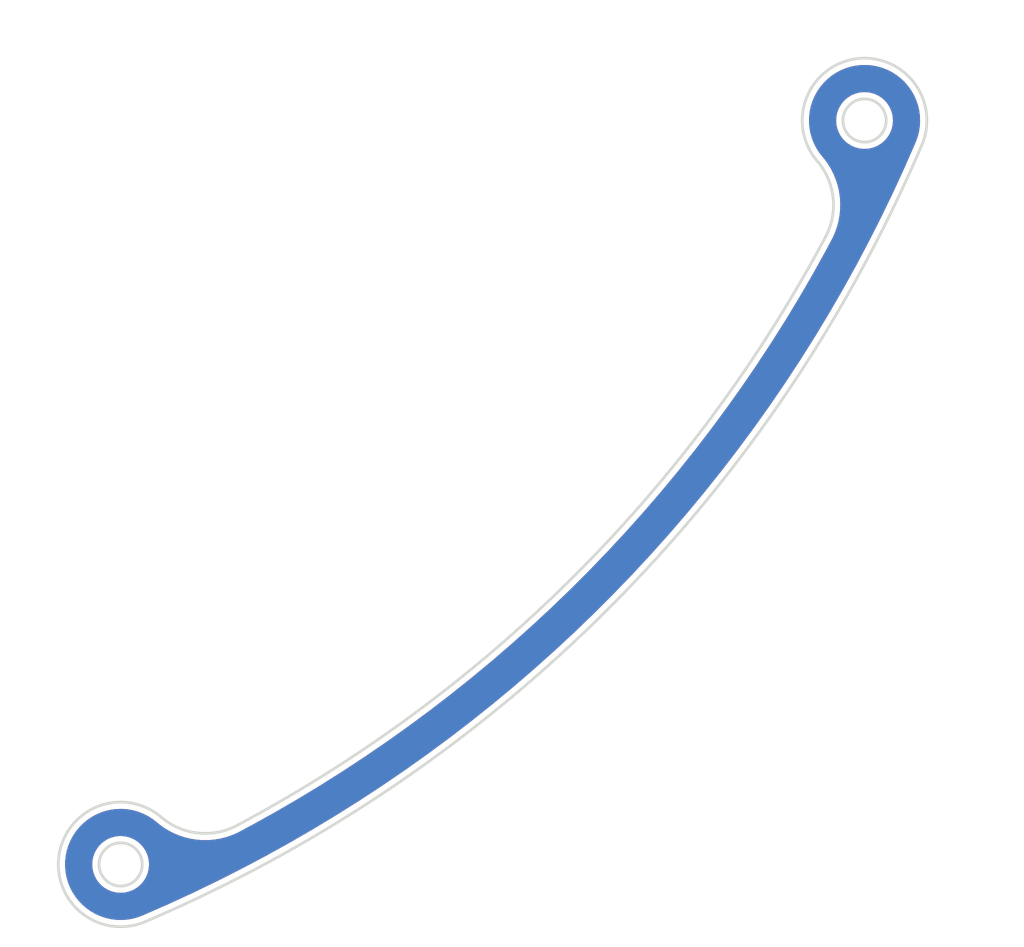
<source format=kicad_pcb>
(kicad_pcb
	(version 20240108)
	(generator "pcbnew")
	(generator_version "8.0")
	(general
		(thickness 1.6)
		(legacy_teardrops no)
	)
	(paper "A4")
	(layers
		(0 "F.Cu" signal)
		(31 "B.Cu" signal)
		(32 "B.Adhes" user "B.Adhesive")
		(33 "F.Adhes" user "F.Adhesive")
		(34 "B.Paste" user)
		(35 "F.Paste" user)
		(36 "B.SilkS" user "B.Silkscreen")
		(37 "F.SilkS" user "F.Silkscreen")
		(38 "B.Mask" user)
		(39 "F.Mask" user)
		(40 "Dwgs.User" user "User.Drawings")
		(41 "Cmts.User" user "User.Comments")
		(42 "Eco1.User" user "User.Eco1")
		(43 "Eco2.User" user "User.Eco2")
		(44 "Edge.Cuts" user)
		(45 "Margin" user)
		(46 "B.CrtYd" user "B.Courtyard")
		(47 "F.CrtYd" user "F.Courtyard")
		(48 "B.Fab" user)
		(49 "F.Fab" user)
		(50 "User.1" user)
		(51 "User.2" user)
		(52 "User.3" user)
		(53 "User.4" user)
		(54 "User.5" user)
		(55 "User.6" user)
		(56 "User.7" user)
		(57 "User.8" user)
		(58 "User.9" user)
	)
	(setup
		(pad_to_mask_clearance 0)
		(allow_soldermask_bridges_in_footprints no)
		(pcbplotparams
			(layerselection 0x00010fc_ffffffff)
			(plot_on_all_layers_selection 0x0000000_00000000)
			(disableapertmacros no)
			(usegerberextensions no)
			(usegerberattributes yes)
			(usegerberadvancedattributes yes)
			(creategerberjobfile yes)
			(dashed_line_dash_ratio 12.000000)
			(dashed_line_gap_ratio 3.000000)
			(svgprecision 4)
			(plotframeref no)
			(viasonmask no)
			(mode 1)
			(useauxorigin no)
			(hpglpennumber 1)
			(hpglpenspeed 20)
			(hpglpendiameter 15.000000)
			(pdf_front_fp_property_popups yes)
			(pdf_back_fp_property_popups yes)
			(dxfpolygonmode yes)
			(dxfimperialunits yes)
			(dxfusepcbnewfont yes)
			(psnegative no)
			(psa4output no)
			(plotreference yes)
			(plotvalue yes)
			(plotfptext yes)
			(plotinvisibletext no)
			(sketchpadsonfab no)
			(subtractmaskfromsilk no)
			(outputformat 1)
			(mirror no)
			(drillshape 1)
			(scaleselection 1)
			(outputdirectory "")
		)
	)
	(net 0 "")
	(gr_arc
		(start 182.29 87.77)
		(mid 185.089868 80.211134)
		(end 190.033131 86.578211)
		(stroke
			(width 0.2)
			(type default)
		)
		(layer "Edge.Cuts")
		(uuid "06cace3f-9583-4930-955d-5805c31e0bbd")
	)
	(gr_arc
		(start 182.29 87.77)
		(mid 183.463541 90.475999)
		(end 182.907633 93.372655)
		(stroke
			(width 0.2)
			(type default)
		)
		(layer "Edge.Cuts")
		(uuid "18aba30d-83a7-4852-af9a-77a590667bee")
	)
	(gr_circle
		(center 185.791374 84.768948)
		(end 187.391374 84.768948)
		(stroke
			(width 0.2)
			(type default)
		)
		(fill none)
		(layer "Edge.Cuts")
		(uuid "3c24b664-b639-4ac5-a9bd-17441c4eed19")
	)
	(gr_circle
		(center 130.728071 139.832251)
		(end 132.328071 139.832251)
		(stroke
			(width 0.2)
			(type default)
		)
		(fill none)
		(layer "Edge.Cuts")
		(uuid "4237abea-e5fe-4c3e-8f07-37528e62f885")
	)
	(gr_arc
		(start 132.537334 144.074008)
		(mid 126.170271 139.130748)
		(end 133.729123 136.330877)
		(stroke
			(width 0.2)
			(type default)
		)
		(layer "Edge.Cuts")
		(uuid "5bf9d883-cdc7-4070-92f3-ef042cd1a768")
	)
	(gr_arc
		(start 139.331778 136.94851)
		(mid 136.43512 137.504432)
		(end 133.729123 136.330877)
		(stroke
			(width 0.2)
			(type default)
		)
		(layer "Edge.Cuts")
		(uuid "bd575cdb-f111-48ed-a936-0b287dbde161")
	)
	(gr_arc
		(start 190.033131 86.578211)
		(mid 166.847227 120.888104)
		(end 132.537334 144.074008)
		(stroke
			(width 0.2)
			(type default)
		)
		(layer "Edge.Cuts")
		(uuid "c0655a9a-7b6a-441e-81ab-83f7692849f6")
	)
	(gr_arc
		(start 182.907633 93.372655)
		(mid 164.372353 118.41323)
		(end 139.331778 136.94851)
		(stroke
			(width 0.2)
			(type default)
		)
		(layer "Edge.Cuts")
		(uuid "f163e4e1-8f3d-4705-88bf-ec864fa887a8")
	)
	(zone
		(net 0)
		(net_name "")
		(layers "F&B.Cu")
		(uuid "ea249044-b738-472f-8ee2-088407de19e4")
		(hatch edge 0.5)
		(connect_pads
			(clearance 0.5)
		)
		(min_thickness 0.25)
		(filled_areas_thickness no)
		(fill yes
			(thermal_gap 0.5)
			(thermal_bridge_width 0.5)
			(island_removal_mode 1)
			(island_area_min 10)
		)
		(polygon
			(pts
				(xy 197.6 75.85) (xy 197.6 145.94) (xy 121.8 145.94) (xy 121.8 75.85)
			)
		)
		(filled_polygon
			(layer "F.Cu")
			(island)
			(pts
				(xy 185.964276 80.661886) (xy 186.34802 80.696111) (xy 186.359881 80.69775) (xy 186.738519 80.768851)
				(xy 186.750167 80.771627) (xy 187.09879 80.872739) (xy 187.120173 80.878941) (xy 187.131506 80.882831)
				(xy 187.489419 81.025352) (xy 187.500323 81.030317) (xy 187.842825 81.206724) (xy 187.853178 81.212706)
				(xy 188.11434 81.380948) (xy 188.17705 81.421346) (xy 188.186798 81.428314) (xy 188.489016 81.667235)
				(xy 188.498045 81.675111) (xy 188.775785 81.942077) (xy 188.784012 81.950788) (xy 189.0347 82.243328)
				(xy 189.042044 82.252786) (xy 189.07745 82.303247) (xy 189.263322 82.568152) (xy 189.269722 82.578281)
				(xy 189.459527 82.913526) (xy 189.46492 82.924226) (xy 189.621488 83.276238) (xy 189.625822 83.287409)
				(xy 189.747674 83.65286) (xy 189.750911 83.664397) (xy 189.836927 84.039928) (xy 189.839035 84.051722)
				(xy 189.888405 84.433799) (xy 189.889364 84.445744) (xy 189.901625 84.830796) (xy 189.901427 84.842776)
				(xy 189.876468 85.22721) (xy 189.875115 85.239115) (xy 189.813168 85.619344) (xy 189.810673 85.631063)
				(xy 189.712313 86.003554) (xy 189.708697 86.014979) (xy 189.574033 86.378422) (xy 189.571357 86.38505)
				(xy 188.762233 88.234058) (xy 188.761287 88.236167) (xy 187.916836 90.07193) (xy 187.91585 90.074022)
				(xy 187.037332 91.893696) (xy 187.036308 91.895768) (xy 186.124003 93.69877) (xy 186.12294 93.700823)
				(xy 185.17717 95.486522) (xy 185.176068 95.488555) (xy 184.197223 97.25621) (xy 184.196085 97.258222)
				(xy 183.184386 99.007441) (xy 183.183209 99.009432) (xy 182.139116 100.739411) (xy 182.137903 100.741379)
				(xy 181.061736 102.451594) (xy 181.060487 102.453539) (xy 179.952598 104.14343) (xy 179.951312 104.145352)
				(xy 178.812125 105.814268) (xy 178.810804 105.816165) (xy 177.6407 107.463554) (xy 177.639344 107.465426)
				(xy 176.438729 109.090711) (xy 176.437338 109.092558) (xy 175.206636 110.695168) (xy 175.205211 110.696989)
				(xy 173.944802 112.276427) (xy 173.943343 112.27822) (xy 172.653754 113.833826) (xy 172.652262 113.835592)
				(xy 171.333873 115.36691) (xy 171.332348 115.368648) (xy 169.98564 116.875117) (xy 169.984083 116.876826)
				(xy 168.60955 118.357895) (xy 168.607962 118.359575) (xy 167.206001 119.814814) (xy 167.204381 119.816464)
				(xy 165.775588 121.245258) (xy 165.773938 121.246878) (xy 164.318698 122.648838) (xy 164.317018 122.650426)
				(xy 162.835949 124.024959) (xy 162.83424 124.026516) (xy 161.327771 125.373224) (xy 161.326033 125.374749)
				(xy 159.794715 126.693138) (xy 159.792949 126.69463) (xy 158.237343 127.984219) (xy 158.23555 127.985678)
				(xy 156.656112 129.246086) (xy 156.654291 129.247511) (xy 155.051681 130.478212) (xy 155.049834 130.479603)
				(xy 153.424548 131.680219) (xy 153.422676 131.681575) (xy 151.775287 132.851679) (xy 151.77339 132.853)
				(xy 150.104475 133.992187) (xy 150.102553 133.993473) (xy 148.412662 135.101362) (xy 148.410717 135.102611)
				(xy 146.700502 136.178778) (xy 146.698534 136.179991) (xy 144.968554 137.224084) (xy 144.966563 137.225261)
				(xy 143.217344 138.23696) (xy 143.215332 138.238098) (xy 141.447676 139.216942) (xy 141.445643 139.218044)
				(xy 139.659945 140.163814) (xy 139.657892 140.164877) (xy 137.854889 141.077182) (xy 137.852817 141.078206)
				(xy 136.033144 141.956724) (xy 136.031052 141.95771) (xy 134.195289 142.802161) (xy 134.19318 142.803107)
				(xy 132.344209 143.612215) (xy 132.33758 143.614891) (xy 131.974103 143.749565) (xy 131.962679 143.753181)
				(xy 131.590185 143.851542) (xy 131.578466 143.854037) (xy 131.198238 143.915983) (xy 131.186333 143.917336)
				(xy 130.801899 143.942295) (xy 130.789918 143.942493) (xy 130.404868 143.93023) (xy 130.392924 143.929271)
				(xy 130.010844 143.8799) (xy 129.999049 143.877792) (xy 129.623524 143.791777) (xy 129.611987 143.78854)
				(xy 129.246521 143.666682) (xy 129.235351 143.662347) (xy 129.122639 143.612215) (xy 128.88336 143.505788)
				(xy 128.87266 143.500396) (xy 128.5374 143.310582) (xy 128.527271 143.304181) (xy 128.211921 143.082912)
				(xy 128.202456 143.075564) (xy 127.909922 142.824881) (xy 127.901211 142.816654) (xy 127.63424 142.538909)
				(xy 127.626364 142.52988) (xy 127.387443 142.227662) (xy 127.380475 142.217914) (xy 127.171836 141.894042)
				(xy 127.165854 141.883689) (xy 126.989446 141.541186) (xy 126.984483 141.530287) (xy 126.981442 141.522651)
				(xy 126.841955 141.172355) (xy 126.838069 141.161029) (xy 126.730756 140.791023) (xy 126.727985 140.779398)
				(xy 126.656882 140.400746) (xy 126.655243 140.38888) (xy 126.641023 140.229436) (xy 126.621019 140.005142)
				(xy 126.620534 139.993176) (xy 126.621776 139.832251) (xy 128.622663 139.832251) (xy 128.642272 140.118931)
				(xy 128.642272 140.118935) (xy 128.642273 140.118937) (xy 128.664055 140.22376) (xy 128.700737 140.400285)
				(xy 128.700738 140.400288) (xy 128.796965 140.671044) (xy 128.796964 140.671044) (xy 128.929169 140.926186)
				(xy 129.094883 141.160951) (xy 129.179994 141.252082) (xy 129.291018 141.370959) (xy 129.513924 141.552306)
				(xy 129.713267 141.67353) (xy 129.759453 141.701616) (xy 129.946308 141.782777) (xy 130.023013 141.816095)
				(xy 130.299713 141.893622) (xy 130.549991 141.928022) (xy 130.584392 141.932751) (xy 130.584393 141.932751)
				(xy 130.87175 141.932751) (xy 130.902441 141.928532) (xy 131.156429 141.893622) (xy 131.433129 141.816095)
				(xy 131.546086 141.76703) (xy 131.696688 141.701616) (xy 131.696691 141.701614) (xy 131.696696 141.701612)
				(xy 131.942218 141.552306) (xy 132.165124 141.370959) (xy 132.36126 141.160949) (xy 132.526972 140.926187)
				(xy 132.659175 140.671048) (xy 132.755405 140.400283) (xy 132.813869 140.118937) (xy 132.833479 139.832251)
				(xy 132.813869 139.545565) (xy 132.755405 139.264219) (xy 132.659176 138.993457) (xy 132.659177 138.993457)
				(xy 132.526972 138.738315) (xy 132.361258 138.50355) (xy 132.282625 138.419356) (xy 132.165124 138.293543)
				(xy 131.942218 138.112196) (xy 131.942217 138.112195) (xy 131.696688 137.962885) (xy 131.433134 137.848409)
				(xy 131.433132 137.848408) (xy 131.433129 137.848407) (xy 131.29764 137.810445) (xy 131.156435 137.770881)
				(xy 131.15643 137.77088) (xy 131.156429 137.77088) (xy 131.014089 137.751315) (xy 130.87175 137.731751)
				(xy 130.871749 137.731751) (xy 130.584393 137.731751) (xy 130.584392 137.731751) (xy 130.299713 137.77088)
				(xy 130.299706 137.770881) (xy 130.091932 137.829096) (xy 130.023013 137.848407) (xy 130.02301 137.848407)
				(xy 130.023007 137.848409) (xy 130.023006 137.848409) (xy 129.759453 137.962885) (xy 129.513924 138.112195)
				(xy 129.291021 138.29354) (xy 129.094883 138.50355) (xy 128.929169 138.738315) (xy 128.796965 138.993457)
				(xy 128.700738 139.264213) (xy 128.700737 139.264216) (xy 128.642272 139.54557) (xy 128.622663 139.832251)
				(xy 126.621776 139.832251) (xy 126.623506 139.607933) (xy 126.624176 139.595999) (xy 126.664319 139.212823)
				(xy 126.666142 139.200987) (xy 126.696129 139.053849) (xy 126.743078 138.823486) (xy 126.746025 138.811912)
				(xy 126.859046 138.443572) (xy 126.863097 138.432337) (xy 127.011141 138.076625) (xy 127.016255 138.065838)
				(xy 127.197942 137.726073) (xy 127.204073 137.71583) (xy 127.417704 137.395187) (xy 127.424801 137.385577)
				(xy 127.668366 137.08707) (xy 127.67638 137.078166) (xy 127.947603 136.804576) (xy 127.95643 136.796491)
				(xy 128.252823 136.550332) (xy 128.262371 136.543153) (xy 128.581131 136.326755) (xy 128.591342 136.320522)
				(xy 128.929492 136.135905) (xy 128.940258 136.130685) (xy 129.294648 135.979567) (xy 129.30586 135.975414)
				(xy 129.6732 135.859198) (xy 129.68475 135.85615) (xy 130.061593 135.775933) (xy 130.073387 135.774013)
				(xy 130.4562 135.730543) (xy 130.468131 135.729769) (xy 130.853343 135.723451) (xy 130.8653 135.723832)
				(xy 131.249335 135.754723) (xy 131.261202 135.756258) (xy 131.640439 135.824066) (xy 131.652108 135.826739)
				(xy 132.023044 135.930838) (xy 132.034399 135.934625) (xy 132.15019 135.979572) (xy 132.393546 136.074036)
				(xy 132.404494 136.078907) (xy 132.748498 136.252324) (xy 132.758924 136.258228) (xy 133.084588 136.464041)
				(xy 133.094397 136.470924) (xy 133.400968 136.708989) (xy 133.405581 136.712753) (xy 133.453441 136.753774)
				(xy 133.453443 136.753775) (xy 133.45969 136.759129) (xy 133.459921 136.759302) (xy 133.57024 136.85383)
				(xy 133.925605 137.112265) (xy 133.92562 137.112275) (xy 134.300449 137.341532) (xy 134.692379 137.540171)
				(xy 135.098904 137.706917) (xy 135.098909 137.706918) (xy 135.098915 137.706921) (xy 135.517449 137.840714)
				(xy 135.51745 137.840714) (xy 135.517451 137.840715) (xy 135.702184 137.883883) (xy 135.945321 137.940699)
				(xy 136.379804 138.006239) (xy 136.379815 138.006239) (xy 136.379817 138.00624) (xy 136.43318 138.009974)
				(xy 136.81813 138.036918) (xy 136.818137 138.036917) (xy 136.818139 138.036918) (xy 136.851845 138.036581)
				(xy 137.257507 138.032538) (xy 137.695135 137.993129) (xy 138.128225 137.918942) (xy 138.554019 137.810449)
				(xy 138.969803 137.668341) (xy 139.372928 137.493524) (xy 139.501172 137.425305) (xy 139.501333 137.425234)
				(xy 139.504933 137.423318) (xy 139.504947 137.423315) (xy 139.504946 137.423313) (xy 139.566891 137.390351)
				(xy 140.433629 136.929146) (xy 142.149717 135.974778) (xy 143.847832 134.988786) (xy 145.527393 133.971509)
				(xy 147.187822 132.923296) (xy 148.828551 131.844507) (xy 150.449015 130.735512) (xy 152.04866 129.596691)
				(xy 153.626936 128.428436) (xy 155.183302 127.231147) (xy 156.717223 126.005234) (xy 158.228174 124.751119)
				(xy 159.715635 123.469232) (xy 161.179097 122.160012) (xy 162.618057 120.82391) (xy 164.032022 119.461383)
				(xy 165.420506 118.072899) (xy 166.783033 116.658934) (xy 168.119135 115.219974) (xy 169.428355 113.756512)
				(xy 170.710242 112.269051) (xy 171.964357 110.7581) (xy 173.190269 109.224179) (xy 174.387558 107.667813)
				(xy 175.555814 106.089537) (xy 176.694634 104.489892) (xy 177.80363 102.869427) (xy 178.882419 101.228699)
				(xy 179.930631 99.568269) (xy 180.947908 97.888709) (xy 181.9339 96.190593) (xy 182.888268 94.474505)
				(xy 183.325326 93.653146) (xy 183.325388 93.653082) (xy 183.349489 93.607771) (xy 183.34949 93.607772)
				(xy 183.410491 93.493089) (xy 183.452655 93.413822) (xy 183.452657 93.413816) (xy 183.452663 93.413806)
				(xy 183.627474 93.010679) (xy 183.769577 92.594894) (xy 183.878066 92.169101) (xy 183.95225 91.736011)
				(xy 183.991656 91.298384) (xy 183.996033 90.859008) (xy 183.973064 90.530847) (xy 183.965355 90.4207)
				(xy 183.965354 90.420692) (xy 183.899814 89.986207) (xy 183.799831 89.558338) (xy 183.799826 89.55832)
				(xy 183.752983 89.411785) (xy 183.666038 89.139797) (xy 183.666035 89.139791) (xy 183.666033 89.139783)
				(xy 183.499294 88.73327) (xy 183.499293 88.733267) (xy 183.300656 88.341332) (xy 183.071392 87.966487)
				(xy 182.812963 87.611122) (xy 182.812959 87.611117) (xy 182.718485 87.500857) (xy 182.718379 87.500715)
				(xy 182.712897 87.494319) (xy 182.712897 87.494318) (xy 182.671973 87.446571) (xy 182.668186 87.441929)
				(xy 182.430056 87.135275) (xy 182.423172 87.125467) (xy 182.217356 86.799796) (xy 182.211452 86.78937)
				(xy 182.038034 86.445365) (xy 182.033163 86.434417) (xy 182.014 86.38505) (xy 181.893752 86.07527)
				(xy 181.889963 86.063909) (xy 181.876231 86.014979) (xy 181.785866 85.692979) (xy 181.783192 85.681305)
				(xy 181.715385 85.302072) (xy 181.713849 85.290197) (xy 181.682959 84.906169) (xy 181.682578 84.894203)
				(xy 181.683579 84.833196) (xy 181.684633 84.768948) (xy 183.685966 84.768948) (xy 183.705575 85.055628)
				(xy 183.76404 85.336982) (xy 183.764041 85.336985) (xy 183.860268 85.607741) (xy 183.860267 85.607741)
				(xy 183.992472 85.862883) (xy 184.158186 86.097648) (xy 184.205587 86.148401) (xy 184.354321 86.307656)
				(xy 184.510132 86.434417) (xy 184.577227 86.489003) (xy 184.822756 86.638313) (xy 185.009611 86.719474)
				(xy 185.086316 86.752792) (xy 185.363016 86.830319) (xy 185.613294 86.864719) (xy 185.647695 86.869448)
				(xy 185.647696 86.869448) (xy 185.935053 86.869448) (xy 185.965744 86.865229) (xy 186.219732 86.830319)
				(xy 186.496432 86.752792) (xy 186.609389 86.703727) (xy 186.759991 86.638313) (xy 186.759994 86.638311)
				(xy 186.759999 86.638309) (xy 187.005521 86.489003) (xy 187.228427 86.307656) (xy 187.424563 86.097646)
				(xy 187.590275 85.862884) (xy 187.722478 85.607745) (xy 187.818708 85.33698) (xy 187.877172 85.055634)
				(xy 187.896782 84.768948) (xy 187.877172 84.482262) (xy 187.818708 84.200916) (xy 187.722479 83.930154)
				(xy 187.72248 83.930154) (xy 187.590275 83.675012) (xy 187.424561 83.440247) (xy 187.331894 83.341026)
				(xy 187.228427 83.23024) (xy 187.005521 83.048893) (xy 187.00552 83.048892) (xy 186.759991 82.899582)
				(xy 186.496437 82.785106) (xy 186.496435 82.785105) (xy 186.496432 82.785104) (xy 186.366952 82.748825)
				(xy 186.219738 82.707578) (xy 186.219733 82.707577) (xy 186.219732 82.707577) (xy 186.077392 82.688012)
				(xy 185.935053 82.668448) (xy 185.935052 82.668448) (xy 185.647696 82.668448) (xy 185.647695 82.668448)
				(xy 185.363016 82.707577) (xy 185.363009 82.707578) (xy 185.155235 82.765793) (xy 185.086316 82.785104)
				(xy 185.086313 82.785104) (xy 185.08631 82.785106) (xy 185.086309 82.785106) (xy 184.822756 82.899582)
				(xy 184.577227 83.048892) (xy 184.354324 83.230237) (xy 184.158186 83.440247) (xy 183.992472 83.675012)
				(xy 183.860268 83.930154) (xy 183.764041 84.20091) (xy 183.76404 84.200913) (xy 183.705575 84.482267)
				(xy 183.685966 84.768948) (xy 181.684633 84.768948) (xy 181.688896 84.509) (xy 181.68967 84.497069)
				(xy 181.73314 84.114255) (xy 181.73506 84.102461) (xy 181.815277 83.725618) (xy 181.818325 83.714068)
				(xy 181.934538 83.346737) (xy 181.938698 83.335507) (xy 181.959208 83.287409) (xy 182.089816 82.981118)
				(xy 182.095033 82.970358) (xy 182.279652 82.632205) (xy 182.285885 82.621996) (xy 182.50228 82.30324)
				(xy 182.509477 82.293671) (xy 182.543427 82.252793) (xy 182.755615 81.997304) (xy 182.763691 81.988483)
				(xy 183.037311 81.717229) (xy 183.046194 81.709237) (xy 183.344695 81.465678) (xy 183.354328 81.458565)
				(xy 183.674942 81.244952) (xy 183.685204 81.238808) (xy 184.024969 81.057121) (xy 184.035756 81.052007)
				(xy 184.39147 80.903963) (xy 184.402705 80.899912) (xy 184.771045 80.786891) (xy 184.782619 80.783944)
				(xy 185.160124 80.707007) (xy 185.171956 80.705185) (xy 185.555134 80.665043) (xy 185.567066 80.664373)
				(xy 185.952317 80.661401)
			)
		)
		(filled_polygon
			(layer "B.Cu")
			(island)
			(pts
				(xy 185.964276 80.661886) (xy 186.34802 80.696111) (xy 186.359881 80.69775) (xy 186.738519 80.768851)
				(xy 186.750167 80.771627) (xy 187.09879 80.872739) (xy 187.120173 80.878941) (xy 187.131506 80.882831)
				(xy 187.489419 81.025352) (xy 187.500323 81.030317) (xy 187.842825 81.206724) (xy 187.853178 81.212706)
				(xy 188.11434 81.380948) (xy 188.17705 81.421346) (xy 188.186798 81.428314) (xy 188.489016 81.667235)
				(xy 188.498045 81.675111) (xy 188.775785 81.942077) (xy 188.784012 81.950788) (xy 189.0347 82.243328)
				(xy 189.042044 82.252786) (xy 189.07745 82.303247) (xy 189.263322 82.568152) (xy 189.269722 82.578281)
				(xy 189.459527 82.913526) (xy 189.46492 82.924226) (xy 189.621488 83.276238) (xy 189.625822 83.287409)
				(xy 189.747674 83.65286) (xy 189.750911 83.664397) (xy 189.836927 84.039928) (xy 189.839035 84.051722)
				(xy 189.888405 84.433799) (xy 189.889364 84.445744) (xy 189.901625 84.830796) (xy 189.901427 84.842776)
				(xy 189.876468 85.22721) (xy 189.875115 85.239115) (xy 189.813168 85.619344) (xy 189.810673 85.631063)
				(xy 189.712313 86.003554) (xy 189.708697 86.014979) (xy 189.574033 86.378422) (xy 189.571357 86.38505)
				(xy 188.762233 88.234058) (xy 188.761287 88.236167) (xy 187.916836 90.07193) (xy 187.91585 90.074022)
				(xy 187.037332 91.893696) (xy 187.036308 91.895768) (xy 186.124003 93.69877) (xy 186.12294 93.700823)
				(xy 185.17717 95.486522) (xy 185.176068 95.488555) (xy 184.197223 97.25621) (xy 184.196085 97.258222)
				(xy 183.184386 99.007441) (xy 183.183209 99.009432) (xy 182.139116 100.739411) (xy 182.137903 100.741379)
				(xy 181.061736 102.451594) (xy 181.060487 102.453539) (xy 179.952598 104.14343) (xy 179.951312 104.145352)
				(xy 178.812125 105.814268) (xy 178.810804 105.816165) (xy 177.6407 107.463554) (xy 177.639344 107.465426)
				(xy 176.438729 109.090711) (xy 176.437338 109.092558) (xy 175.206636 110.695168) (xy 175.205211 110.696989)
				(xy 173.944802 112.276427) (xy 173.943343 112.27822) (xy 172.653754 113.833826) (xy 172.652262 113.835592)
				(xy 171.333873 115.36691) (xy 171.332348 115.368648) (xy 169.98564 116.875117) (xy 169.984083 116.876826)
				(xy 168.60955 118.357895) (xy 168.607962 118.359575) (xy 167.206001 119.814814) (xy 167.204381 119.816464)
				(xy 165.775588 121.245258) (xy 165.773938 121.246878) (xy 164.318698 122.648838) (xy 164.317018 122.650426)
				(xy 162.835949 124.024959) (xy 162.83424 124.026516) (xy 161.327771 125.373224) (xy 161.326033 125.374749)
				(xy 159.794715 126.693138) (xy 159.792949 126.69463) (xy 158.237343 127.984219) (xy 158.23555 127.985678)
				(xy 156.656112 129.246086) (xy 156.654291 129.247511) (xy 155.051681 130.478212) (xy 155.049834 130.479603)
				(xy 153.424548 131.680219) (xy 153.422676 131.681575) (xy 151.775287 132.851679) (xy 151.77339 132.853)
				(xy 150.104475 133.992187) (xy 150.102553 133.993473) (xy 148.412662 135.101362) (xy 148.410717 135.102611)
				(xy 146.700502 136.178778) (xy 146.698534 136.179991) (xy 144.968554 137.224084) (xy 144.966563 137.225261)
				(xy 143.217344 138.23696) (xy 143.215332 138.238098) (xy 141.447676 139.216942) (xy 141.445643 139.218044)
				(xy 139.659945 140.163814) (xy 139.657892 140.164877) (xy 137.854889 141.077182) (xy 137.852817 141.078206)
				(xy 136.033144 141.956724) (xy 136.031052 141.95771) (xy 134.195289 142.802161) (xy 134.19318 142.803107)
				(xy 132.344209 143.612215) (xy 132.33758 143.614891) (xy 131.974103 143.749565) (xy 131.962679 143.753181)
				(xy 131.590185 143.851542) (xy 131.578466 143.854037) (xy 131.198238 143.915983) (xy 131.186333 143.917336)
				(xy 130.801899 143.942295) (xy 130.789918 143.942493) (xy 130.404868 143.93023) (xy 130.392924 143.929271)
				(xy 130.010844 143.8799) (xy 129.999049 143.877792) (xy 129.623524 143.791777) (xy 129.611987 143.78854)
				(xy 129.246521 143.666682) (xy 129.235351 143.662347) (xy 129.122639 143.612215) (xy 128.88336 143.505788)
				(xy 128.87266 143.500396) (xy 128.5374 143.310582) (xy 128.527271 143.304181) (xy 128.211921 143.082912)
				(xy 128.202456 143.075564) (xy 127.909922 142.824881) (xy 127.901211 142.816654) (xy 127.63424 142.538909)
				(xy 127.626364 142.52988) (xy 127.387443 142.227662) (xy 127.380475 142.217914) (xy 127.171836 141.894042)
				(xy 127.165854 141.883689) (xy 126.989446 141.541186) (xy 126.984483 141.530287) (xy 126.981442 141.522651)
				(xy 126.841955 141.172355) (xy 126.838069 141.161029) (xy 126.730756 140.791023) (xy 126.727985 140.779398)
				(xy 126.656882 140.400746) (xy 126.655243 140.38888) (xy 126.641023 140.229436) (xy 126.621019 140.005142)
				(xy 126.620534 139.993176) (xy 126.621776 139.832251) (xy 128.622663 139.832251) (xy 128.642272 140.118931)
				(xy 128.642272 140.118935) (xy 128.642273 140.118937) (xy 128.664055 140.22376) (xy 128.700737 140.400285)
				(xy 128.700738 140.400288) (xy 128.796965 140.671044) (xy 128.796964 140.671044) (xy 128.929169 140.926186)
				(xy 129.094883 141.160951) (xy 129.179994 141.252082) (xy 129.291018 141.370959) (xy 129.513924 141.552306)
				(xy 129.713267 141.67353) (xy 129.759453 141.701616) (xy 129.946308 141.782777) (xy 130.023013 141.816095)
				(xy 130.299713 141.893622) (xy 130.549991 141.928022) (xy 130.584392 141.932751) (xy 130.584393 141.932751)
				(xy 130.87175 141.932751) (xy 130.902441 141.928532) (xy 131.156429 141.893622) (xy 131.433129 141.816095)
				(xy 131.546086 141.76703) (xy 131.696688 141.701616) (xy 131.696691 141.701614) (xy 131.696696 141.701612)
				(xy 131.942218 141.552306) (xy 132.165124 141.370959) (xy 132.36126 141.160949) (xy 132.526972 140.926187)
				(xy 132.659175 140.671048) (xy 132.755405 140.400283) (xy 132.813869 140.118937) (xy 132.833479 139.832251)
				(xy 132.813869 139.545565) (xy 132.755405 139.264219) (xy 132.659176 138.993457) (xy 132.659177 138.993457)
				(xy 132.526972 138.738315) (xy 132.361258 138.50355) (xy 132.282625 138.419356) (xy 132.165124 138.293543)
				(xy 131.942218 138.112196) (xy 131.942217 138.112195) (xy 131.696688 137.962885) (xy 131.433134 137.848409)
				(xy 131.433132 137.848408) (xy 131.433129 137.848407) (xy 131.29764 137.810445) (xy 131.156435 137.770881)
				(xy 131.15643 137.77088) (xy 131.156429 137.77088) (xy 131.014089 137.751315) (xy 130.87175 137.731751)
				(xy 130.871749 137.731751) (xy 130.584393 137.731751) (xy 130.584392 137.731751) (xy 130.299713 137.77088)
				(xy 130.299706 137.770881) (xy 130.091932 137.829096) (xy 130.023013 137.848407) (xy 130.02301 137.848407)
				(xy 130.023007 137.848409) (xy 130.023006 137.848409) (xy 129.759453 137.962885) (xy 129.513924 138.112195)
				(xy 129.291021 138.29354) (xy 129.094883 138.50355) (xy 128.929169 138.738315) (xy 128.796965 138.993457)
				(xy 128.700738 139.264213) (xy 128.700737 139.264216) (xy 128.642272 139.54557) (xy 128.622663 139.832251)
				(xy 126.621776 139.832251) (xy 126.623506 139.607933) (xy 126.624176 139.595999) (xy 126.664319 139.212823)
				(xy 126.666142 139.200987) (xy 126.696129 139.053849) (xy 126.743078 138.823486) (xy 126.746025 138.811912)
				(xy 126.859046 138.443572) (xy 126.863097 138.432337) (xy 127.011141 138.076625) (xy 127.016255 138.065838)
				(xy 127.197942 137.726073) (xy 127.204073 137.71583) (xy 127.417704 137.395187) (xy 127.424801 137.385577)
				(xy 127.668366 137.08707) (xy 127.67638 137.078166) (xy 127.947603 136.804576) (xy 127.95643 136.796491)
				(xy 128.252823 136.550332) (xy 128.262371 136.543153) (xy 128.581131 136.326755) (xy 128.591342 136.320522)
				(xy 128.929492 136.135905) (xy 128.940258 136.130685) (xy 129.294648 135.979567) (xy 129.30586 135.975414)
				(xy 129.6732 135.859198) (xy 129.68475 135.85615) (xy 130.061593 135.775933) (xy 130.073387 135.774013)
				(xy 130.4562 135.730543) (xy 130.468131 135.729769) (xy 130.853343 135.723451) (xy 130.8653 135.723832)
				(xy 131.249335 135.754723) (xy 131.261202 135.756258) (xy 131.640439 135.824066) (xy 131.652108 135.826739)
				(xy 132.023044 135.930838) (xy 132.034399 135.934625) (xy 132.15019 135.979572) (xy 132.393546 136.074036)
				(xy 132.404494 136.078907) (xy 132.748498 136.252324) (xy 132.758924 136.258228) (xy 133.084588 136.464041)
				(xy 133.094397 136.470924) (xy 133.400968 136.708989) (xy 133.405581 136.712753) (xy 133.453441 136.753774)
				(xy 133.453443 136.753775) (xy 133.45969 136.759129) (xy 133.459921 136.759302) (xy 133.57024 136.85383)
				(xy 133.925605 137.112265) (xy 133.92562 137.112275) (xy 134.300449 137.341532) (xy 134.692379 137.540171)
				(xy 135.098904 137.706917) (xy 135.098909 137.706918) (xy 135.098915 137.706921) (xy 135.517449 137.840714)
				(xy 135.51745 137.840714) (xy 135.517451 137.840715) (xy 135.702184 137.883883) (xy 135.945321 137.940699)
				(xy 136.379804 138.006239) (xy 136.379815 138.006239) (xy 136.379817 138.00624) (xy 136.43318 138.009974)
				(xy 136.81813 138.036918) (xy 136.818137 138.036917) (xy 136.818139 138.036918) (xy 136.851845 138.036581)
				(xy 137.257507 138.032538) (xy 137.695135 137.993129) (xy 138.128225 137.918942) (xy 138.554019 137.810449)
				(xy 138.969803 137.668341) (xy 139.372928 137.493524) (xy 139.501172 137.425305) (xy 139.501333 137.425234)
				(xy 139.504933 137.423318) (xy 139.504947 137.423315) (xy 139.504946 137.423313) (xy 139.566891 137.390351)
				(xy 140.433629 136.929146) (xy 142.149717 135.974778) (xy 143.847832 134.988786) (xy 145.527393 133.971509)
				(xy 147.187822 132.923296) (xy 148.828551 131.844507) (xy 150.449015 130.735512) (xy 152.04866 129.596691)
				(xy 153.626936 128.428436) (xy 155.183302 127.231147) (xy 156.717223 126.005234) (xy 158.228174 124.751119)
				(xy 159.715635 123.469232) (xy 161.179097 122.160012) (xy 162.618057 120.82391) (xy 164.032022 119.461383)
				(xy 165.420506 118.072899) (xy 166.783033 116.658934) (xy 168.119135 115.219974) (xy 169.428355 113.756512)
				(xy 170.710242 112.269051) (xy 171.964357 110.7581) (xy 173.190269 109.224179) (xy 174.387558 107.667813)
				(xy 175.555814 106.089537) (xy 176.694634 104.489892) (xy 177.80363 102.869427) (xy 178.882419 101.228699)
				(xy 179.930631 99.568269) (xy 180.947908 97.888709) (xy 181.9339 96.190593) (xy 182.888268 94.474505)
				(xy 183.325326 93.653146) (xy 183.325388 93.653082) (xy 183.349489 93.607771) (xy 183.34949 93.607772)
				(xy 183.410491 93.493089) (xy 183.452655 93.413822) (xy 183.452657 93.413816) (xy 183.452663 93.413806)
				(xy 183.627474 93.010679) (xy 183.769577 92.594894) (xy 183.878066 92.169101) (xy 183.95225 91.736011)
				(xy 183.991656 91.298384) (xy 183.996033 90.859008) (xy 183.973064 90.530847) (xy 183.965355 90.4207)
				(xy 183.965354 90.420692) (xy 183.899814 89.986207) (xy 183.799831 89.558338) (xy 183.799826 89.55832)
				(xy 183.752983 89.411785) (xy 183.666038 89.139797) (xy 183.666035 89.139791) (xy 183.666033 89.139783)
				(xy 183.499294 88.73327) (xy 183.499293 88.733267) (xy 183.300656 88.341332) (xy 183.071392 87.966487)
				(xy 182.812963 87.611122) (xy 182.812959 87.611117) (xy 182.718485 87.500857) (xy 182.718379 87.500715)
				(xy 182.712897 87.494319) (xy 182.712897 87.494318) (xy 182.671973 87.446571) (xy 182.668186 87.441929)
				(xy 182.430056 87.135275) (xy 182.423172 87.125467) (xy 182.217356 86.799796) (xy 182.211452 86.78937)
				(xy 182.038034 86.445365) (xy 182.033163 86.434417) (xy 182.014 86.38505) (xy 181.893752 86.07527)
				(xy 181.889963 86.063909) (xy 181.876231 86.014979) (xy 181.785866 85.692979) (xy 181.783192 85.681305)
				(xy 181.715385 85.302072) (xy 181.713849 85.290197) (xy 181.682959 84.906169) (xy 181.682578 84.894203)
				(xy 181.683579 84.833196) (xy 181.684633 84.768948) (xy 183.685966 84.768948) (xy 183.705575 85.055628)
				(xy 183.76404 85.336982) (xy 183.764041 85.336985) (xy 183.860268 85.607741) (xy 183.860267 85.607741)
				(xy 183.992472 85.862883) (xy 184.158186 86.097648) (xy 184.205587 86.148401) (xy 184.354321 86.307656)
				(xy 184.510132 86.434417) (xy 184.577227 86.489003) (xy 184.822756 86.638313) (xy 185.009611 86.719474)
				(xy 185.086316 86.752792) (xy 185.363016 86.830319) (xy 185.613294 86.864719) (xy 185.647695 86.869448)
				(xy 185.647696 86.869448) (xy 185.935053 86.869448) (xy 185.965744 86.865229) (xy 186.219732 86.830319)
				(xy 186.496432 86.752792) (xy 186.609389 86.703727) (xy 186.759991 86.638313) (xy 186.759994 86.638311)
				(xy 186.759999 86.638309) (xy 187.005521 86.489003) (xy 187.228427 86.307656) (xy 187.424563 86.097646)
				(xy 187.590275 85.862884) (xy 187.722478 85.607745) (xy 187.818708 85.33698) (xy 187.877172 85.055634)
				(xy 187.896782 84.768948) (xy 187.877172 84.482262) (xy 187.818708 84.200916) (xy 187.722479 83.930154)
				(xy 187.72248 83.930154) (xy 187.590275 83.675012) (xy 187.424561 83.440247) (xy 187.331894 83.341026)
				(xy 187.228427 83.23024) (xy 187.005521 83.048893) (xy 187.00552 83.048892) (xy 186.759991 82.899582)
				(xy 186.496437 82.785106) (xy 186.496435 82.785105) (xy 186.496432 82.785104) (xy 186.366952 82.748825)
				(xy 186.219738 82.707578) (xy 186.219733 82.707577) (xy 186.219732 82.707577) (xy 186.077392 82.688012)
				(xy 185.935053 82.668448) (xy 185.935052 82.668448) (xy 185.647696 82.668448) (xy 185.647695 82.668448)
				(xy 185.363016 82.707577) (xy 185.363009 82.707578) (xy 185.155235 82.765793) (xy 185.086316 82.785104)
				(xy 185.086313 82.785104) (xy 185.08631 82.785106) (xy 185.086309 82.785106) (xy 184.822756 82.899582)
				(xy 184.577227 83.048892) (xy 184.354324 83.230237) (xy 184.158186 83.440247) (xy 183.992472 83.675012)
				(xy 183.860268 83.930154) (xy 183.764041 84.20091) (xy 183.76404 84.200913) (xy 183.705575 84.482267)
				(xy 183.685966 84.768948) (xy 181.684633 84.768948) (xy 181.688896 84.509) (xy 181.68967 84.497069)
				(xy 181.73314 84.114255) (xy 181.73506 84.102461) (xy 181.815277 83.725618) (xy 181.818325 83.714068)
				(xy 181.934538 83.346737) (xy 181.938698 83.335507) (xy 181.959208 83.287409) (xy 182.089816 82.981118)
				(xy 182.095033 82.970358) (xy 182.279652 82.632205) (xy 182.285885 82.621996) (xy 182.50228 82.30324)
				(xy 182.509477 82.293671) (xy 182.543427 82.252793) (xy 182.755615 81.997304) (xy 182.763691 81.988483)
				(xy 183.037311 81.717229) (xy 183.046194 81.709237) (xy 183.344695 81.465678) (xy 183.354328 81.458565)
				(xy 183.674942 81.244952) (xy 183.685204 81.238808) (xy 184.024969 81.057121) (xy 184.035756 81.052007)
				(xy 184.39147 80.903963) (xy 184.402705 80.899912) (xy 184.771045 80.786891) (xy 184.782619 80.783944)
				(xy 185.160124 80.707007) (xy 185.171956 80.705185) (xy 185.555134 80.665043) (xy 185.567066 80.664373)
				(xy 185.952317 80.661401)
			)
		)
	)
	(group ""
		(uuid "318fa42e-dbc9-4301-86ac-f99b265cba93")
		(members "06cace3f-9583-4930-955d-5805c31e0bbd" "18aba30d-83a7-4852-af9a-77a590667bee"
			"3c24b664-b639-4ac5-a9bd-17441c4eed19" "4237abea-e5fe-4c3e-8f07-37528e62f885"
			"5bf9d883-cdc7-4070-92f3-ef042cd1a768" "bd575cdb-f111-48ed-a936-0b287dbde161"
			"c0655a9a-7b6a-441e-81ab-83f7692849f6" "f163e4e1-8f3d-4705-88bf-ec864fa887a8"
		)
	)
)

</source>
